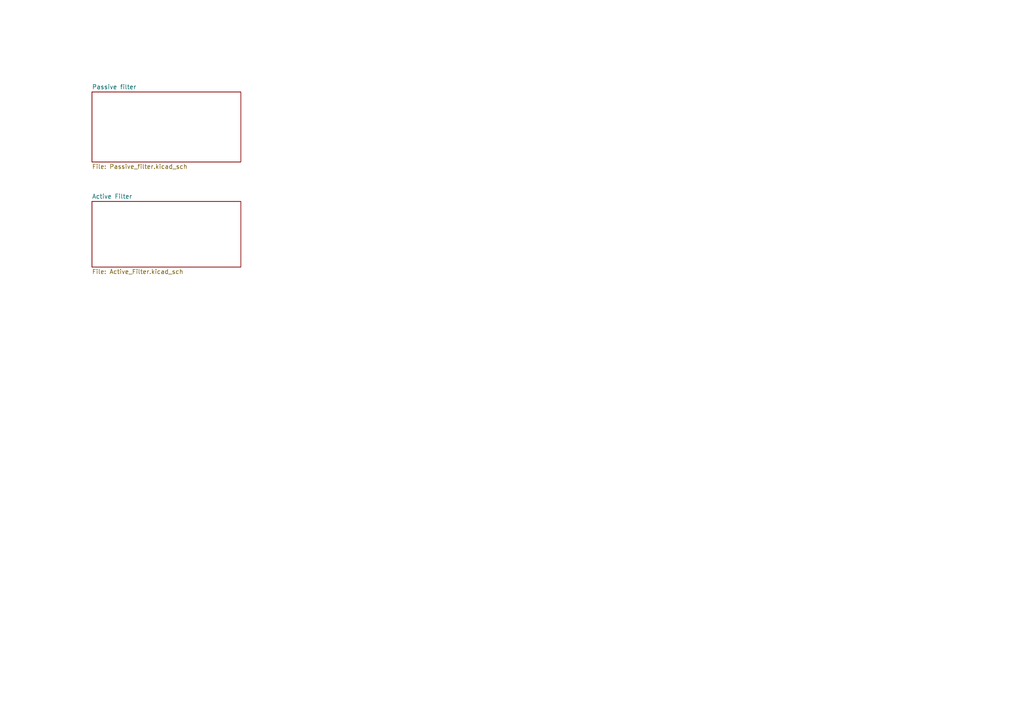
<source format=kicad_sch>
(kicad_sch
	(version 20231120)
	(generator "eeschema")
	(generator_version "8.0")
	(uuid "33ea2c5c-8786-4c1d-9e9b-dd794a9e2536")
	(paper "A4")
	(lib_symbols)
	(sheet
		(at 26.67 26.67)
		(size 43.18 20.32)
		(fields_autoplaced yes)
		(stroke
			(width 0.1524)
			(type solid)
		)
		(fill
			(color 0 0 0 0.0000)
		)
		(uuid "795d9d6f-aa30-46f2-a872-b61b4155bb6b")
		(property "Sheetname" "Passive filter"
			(at 26.67 25.9584 0)
			(effects
				(font
					(size 1.27 1.27)
				)
				(justify left bottom)
			)
		)
		(property "Sheetfile" "Passive_filter.kicad_sch"
			(at 26.67 47.5746 0)
			(effects
				(font
					(size 1.27 1.27)
				)
				(justify left top)
			)
		)
		(instances
			(project "FilterDesign"
				(path "/33ea2c5c-8786-4c1d-9e9b-dd794a9e2536"
					(page "2")
				)
			)
		)
	)
	(sheet
		(at 26.67 58.42)
		(size 43.18 19.05)
		(fields_autoplaced yes)
		(stroke
			(width 0.1524)
			(type solid)
		)
		(fill
			(color 0 0 0 0.0000)
		)
		(uuid "908d50da-bd48-48be-8442-c9172878ebf3")
		(property "Sheetname" "Active Filter"
			(at 26.67 57.7084 0)
			(effects
				(font
					(size 1.27 1.27)
				)
				(justify left bottom)
			)
		)
		(property "Sheetfile" "Active_Filter.kicad_sch"
			(at 26.67 78.0546 0)
			(effects
				(font
					(size 1.27 1.27)
				)
				(justify left top)
			)
		)
		(instances
			(project "FilterDesign"
				(path "/33ea2c5c-8786-4c1d-9e9b-dd794a9e2536"
					(page "3")
				)
			)
		)
	)
	(sheet_instances
		(path "/"
			(page "1")
		)
	)
)

</source>
